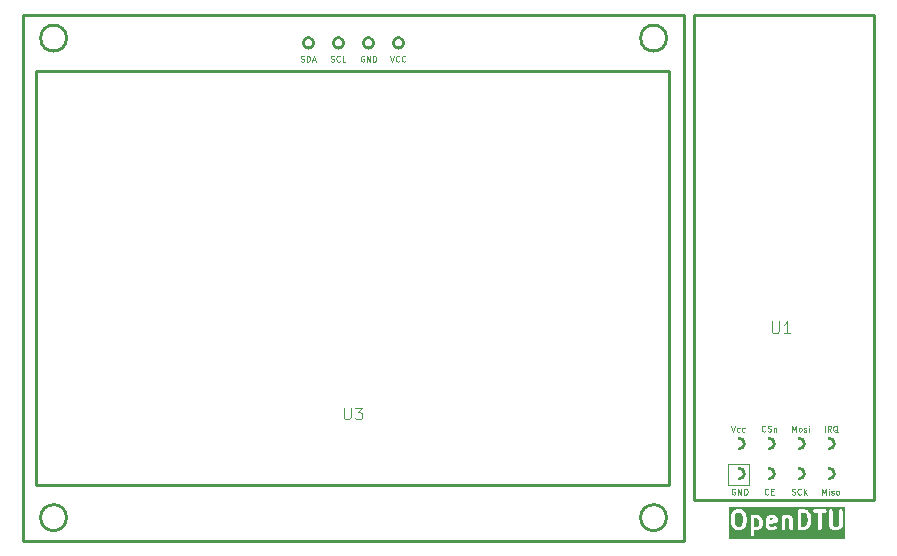
<source format=gbr>
%TF.GenerationSoftware,KiCad,Pcbnew,7.0.6*%
%TF.CreationDate,2024-02-09T00:40:26+01:00*%
%TF.ProjectId,openDTU,6f70656e-4454-4552-9e6b-696361645f70,rev?*%
%TF.SameCoordinates,Original*%
%TF.FileFunction,Legend,Top*%
%TF.FilePolarity,Positive*%
%FSLAX46Y46*%
G04 Gerber Fmt 4.6, Leading zero omitted, Abs format (unit mm)*
G04 Created by KiCad (PCBNEW 7.0.6) date 2024-02-09 00:40:26*
%MOMM*%
%LPD*%
G01*
G04 APERTURE LIST*
%ADD10C,0.300000*%
%ADD11C,0.100000*%
%ADD12C,0.250000*%
G04 APERTURE END LIST*
D10*
G36*
X169808515Y-104495535D02*
G01*
X169845519Y-104532539D01*
X169890225Y-104621951D01*
X169890225Y-104979704D01*
X169845518Y-105069117D01*
X169808513Y-105106122D01*
X169719101Y-105150828D01*
X169504206Y-105150828D01*
X169475939Y-105136694D01*
X169475939Y-104464962D01*
X169504207Y-104450828D01*
X169719101Y-104450828D01*
X169808515Y-104495535D01*
G37*
G36*
X168379942Y-103995535D02*
G01*
X168476208Y-104091801D01*
X168533082Y-104319292D01*
X168533082Y-104782363D01*
X168476208Y-105009854D01*
X168379941Y-105106122D01*
X168290529Y-105150828D01*
X168075635Y-105150828D01*
X167986221Y-105106121D01*
X167889954Y-105009854D01*
X167833082Y-104782364D01*
X167833082Y-104319291D01*
X167889954Y-104091802D01*
X167986221Y-103995534D01*
X168075635Y-103950828D01*
X168290529Y-103950828D01*
X168379942Y-103995535D01*
G37*
G36*
X171142708Y-104484060D02*
G01*
X171168883Y-104536411D01*
X170761654Y-104617857D01*
X170761654Y-104550523D01*
X170794885Y-104484060D01*
X170861350Y-104450828D01*
X171076244Y-104450828D01*
X171142708Y-104484060D01*
G37*
G36*
X173816340Y-104003361D02*
G01*
X173916947Y-104103968D01*
X173970126Y-104210327D01*
X174033082Y-104462148D01*
X174033082Y-104639507D01*
X173970126Y-104891328D01*
X173916947Y-104997688D01*
X173816341Y-105098294D01*
X173658739Y-105150828D01*
X173475939Y-105150828D01*
X173475939Y-103950828D01*
X173658742Y-103950828D01*
X173816340Y-104003361D01*
G37*
G36*
X177190225Y-106165114D02*
G01*
X167318796Y-106165114D01*
X167318796Y-105800828D01*
X169175939Y-105800828D01*
X169196035Y-105875828D01*
X169250939Y-105930732D01*
X169325939Y-105950828D01*
X169400939Y-105930732D01*
X169455843Y-105875828D01*
X169475939Y-105800828D01*
X169475939Y-105450828D01*
X169754511Y-105450828D01*
X169787814Y-105441904D01*
X169821593Y-105434992D01*
X169964450Y-105363564D01*
X169982519Y-105347540D01*
X170003434Y-105335466D01*
X170074863Y-105264037D01*
X170086937Y-105243122D01*
X170102961Y-105225053D01*
X170172216Y-105086542D01*
X170461654Y-105086542D01*
X170470578Y-105119847D01*
X170477490Y-105153623D01*
X170548918Y-105296482D01*
X170555005Y-105303346D01*
X170557906Y-105312049D01*
X170580441Y-105332032D01*
X170600433Y-105354577D01*
X170609138Y-105357478D01*
X170616001Y-105363564D01*
X170758859Y-105434993D01*
X170792643Y-105441906D01*
X170825940Y-105450828D01*
X171111654Y-105450828D01*
X171144957Y-105441904D01*
X171178736Y-105434992D01*
X171321593Y-105363564D01*
X171379688Y-105312049D01*
X171383428Y-105300828D01*
X171818796Y-105300828D01*
X171838892Y-105375828D01*
X171893796Y-105430732D01*
X171968796Y-105450828D01*
X172043796Y-105430732D01*
X172098700Y-105375828D01*
X172118796Y-105300828D01*
X172118796Y-104505817D01*
X172129078Y-104495535D01*
X172218492Y-104450828D01*
X172361958Y-104450828D01*
X172428422Y-104484060D01*
X172461654Y-104550524D01*
X172461654Y-105300828D01*
X172481750Y-105375828D01*
X172536654Y-105430732D01*
X172611654Y-105450828D01*
X172686654Y-105430732D01*
X172741558Y-105375828D01*
X172761654Y-105300828D01*
X173175939Y-105300828D01*
X173196035Y-105375828D01*
X173250939Y-105430732D01*
X173325939Y-105450828D01*
X173683082Y-105450828D01*
X173706407Y-105444578D01*
X173730516Y-105443131D01*
X173944802Y-105371703D01*
X173973577Y-105352703D01*
X174003434Y-105335466D01*
X174146291Y-105192608D01*
X174158366Y-105171693D01*
X174174389Y-105153624D01*
X174245818Y-105010768D01*
X174249138Y-104994541D01*
X174257175Y-104980065D01*
X174328603Y-104694351D01*
X174328291Y-104675848D01*
X174333082Y-104657971D01*
X174333082Y-104443685D01*
X174328291Y-104425807D01*
X174328603Y-104407305D01*
X174257175Y-104121591D01*
X174249138Y-104107114D01*
X174245818Y-104090888D01*
X174174389Y-103948032D01*
X174158366Y-103929963D01*
X174146291Y-103909048D01*
X174038071Y-103800828D01*
X174461654Y-103800828D01*
X174481750Y-103875828D01*
X174536654Y-103930732D01*
X174611654Y-103950828D01*
X174890225Y-103950828D01*
X174890225Y-105300828D01*
X174910321Y-105375828D01*
X174965225Y-105430732D01*
X175040225Y-105450828D01*
X175115225Y-105430732D01*
X175170129Y-105375828D01*
X175190225Y-105300828D01*
X175190225Y-105015114D01*
X175818796Y-105015114D01*
X175827719Y-105048415D01*
X175834632Y-105082196D01*
X175906061Y-105225053D01*
X175922083Y-105243121D01*
X175934159Y-105264037D01*
X176005588Y-105335466D01*
X176026502Y-105347540D01*
X176044572Y-105363564D01*
X176187430Y-105434992D01*
X176221205Y-105441903D01*
X176254511Y-105450828D01*
X176540225Y-105450828D01*
X176573528Y-105441904D01*
X176607307Y-105434992D01*
X176750164Y-105363564D01*
X176768233Y-105347540D01*
X176789148Y-105335466D01*
X176860577Y-105264037D01*
X176872651Y-105243122D01*
X176888675Y-105225053D01*
X176960103Y-105082195D01*
X176967014Y-105048419D01*
X176975939Y-105015114D01*
X176975939Y-103800828D01*
X176955843Y-103725828D01*
X176900939Y-103670924D01*
X176825939Y-103650828D01*
X176750939Y-103670924D01*
X176696035Y-103725828D01*
X176675939Y-103800828D01*
X176675939Y-104979704D01*
X176631232Y-105069117D01*
X176594227Y-105106122D01*
X176504815Y-105150828D01*
X176289921Y-105150828D01*
X176200507Y-105106121D01*
X176163503Y-105069117D01*
X176118796Y-104979703D01*
X176118796Y-103800828D01*
X176098700Y-103725828D01*
X176043796Y-103670924D01*
X175968796Y-103650828D01*
X175893796Y-103670924D01*
X175838892Y-103725828D01*
X175818796Y-103800828D01*
X175818796Y-105015114D01*
X175190225Y-105015114D01*
X175190225Y-103950828D01*
X175468797Y-103950828D01*
X175543797Y-103930732D01*
X175598701Y-103875828D01*
X175618797Y-103800828D01*
X175598701Y-103725828D01*
X175543797Y-103670924D01*
X175468797Y-103650828D01*
X174611654Y-103650828D01*
X174536654Y-103670924D01*
X174481750Y-103725828D01*
X174461654Y-103800828D01*
X174038071Y-103800828D01*
X174003434Y-103766191D01*
X173973577Y-103748953D01*
X173944802Y-103729954D01*
X173730516Y-103658526D01*
X173706410Y-103657078D01*
X173683082Y-103650828D01*
X173325939Y-103650828D01*
X173250939Y-103670924D01*
X173196035Y-103725828D01*
X173175939Y-103800828D01*
X173175939Y-105300828D01*
X172761654Y-105300828D01*
X172761654Y-104515114D01*
X172752731Y-104481813D01*
X172745818Y-104448031D01*
X172674389Y-104305175D01*
X172668302Y-104298311D01*
X172665402Y-104289609D01*
X172642861Y-104269620D01*
X172622873Y-104247080D01*
X172614170Y-104244179D01*
X172607307Y-104238093D01*
X172464450Y-104166664D01*
X172430669Y-104159751D01*
X172397368Y-104150828D01*
X172183082Y-104150828D01*
X172149781Y-104159750D01*
X172115999Y-104166664D01*
X172065023Y-104192151D01*
X172043796Y-104170924D01*
X171968796Y-104150828D01*
X171893796Y-104170924D01*
X171838892Y-104225828D01*
X171818796Y-104300828D01*
X171818796Y-105300828D01*
X171383428Y-105300828D01*
X171404242Y-105238388D01*
X171388675Y-105162318D01*
X171337160Y-105104223D01*
X171263499Y-105079669D01*
X171187430Y-105095236D01*
X171076244Y-105150828D01*
X170861349Y-105150828D01*
X170794886Y-105117597D01*
X170761654Y-105051132D01*
X170761654Y-104923798D01*
X171355358Y-104805058D01*
X171377298Y-104794209D01*
X171400940Y-104787875D01*
X171411531Y-104777283D01*
X171424960Y-104770644D01*
X171438537Y-104750277D01*
X171455844Y-104732971D01*
X171459721Y-104718501D01*
X171468030Y-104706038D01*
X171469605Y-104681613D01*
X171475940Y-104657971D01*
X171475940Y-104515114D01*
X171467017Y-104481813D01*
X171460104Y-104448031D01*
X171388675Y-104305175D01*
X171382588Y-104298311D01*
X171379688Y-104289609D01*
X171357147Y-104269620D01*
X171337159Y-104247080D01*
X171328456Y-104244179D01*
X171321593Y-104238093D01*
X171178736Y-104166664D01*
X171144955Y-104159751D01*
X171111654Y-104150828D01*
X170825940Y-104150828D01*
X170792638Y-104159751D01*
X170758858Y-104166664D01*
X170616000Y-104238093D01*
X170609137Y-104244178D01*
X170600433Y-104247080D01*
X170580445Y-104269620D01*
X170557905Y-104289608D01*
X170555003Y-104298312D01*
X170548918Y-104305175D01*
X170477490Y-104448032D01*
X170470577Y-104481810D01*
X170461654Y-104515114D01*
X170461654Y-105086542D01*
X170172216Y-105086542D01*
X170174389Y-105082195D01*
X170181300Y-105048419D01*
X170190225Y-105015114D01*
X170190225Y-104586542D01*
X170181300Y-104553236D01*
X170174389Y-104519461D01*
X170102961Y-104376603D01*
X170086937Y-104358533D01*
X170074862Y-104337618D01*
X170003433Y-104266190D01*
X169982518Y-104254115D01*
X169964450Y-104238093D01*
X169821593Y-104166664D01*
X169787812Y-104159751D01*
X169754511Y-104150828D01*
X169468797Y-104150828D01*
X169435495Y-104159751D01*
X169401715Y-104166664D01*
X169395896Y-104169573D01*
X169325939Y-104150828D01*
X169250939Y-104170924D01*
X169196035Y-104225828D01*
X169175939Y-104300828D01*
X169175939Y-105800828D01*
X167318796Y-105800828D01*
X167318796Y-104800828D01*
X167533082Y-104800828D01*
X167537872Y-104818705D01*
X167537561Y-104837208D01*
X167608989Y-105122922D01*
X167609621Y-105124060D01*
X167609621Y-105125365D01*
X167628433Y-105157948D01*
X167646675Y-105190809D01*
X167647792Y-105191479D01*
X167648444Y-105192608D01*
X167791302Y-105335466D01*
X167812216Y-105347540D01*
X167830286Y-105363564D01*
X167973144Y-105434992D01*
X168006919Y-105441903D01*
X168040225Y-105450828D01*
X168325939Y-105450828D01*
X168359242Y-105441904D01*
X168393021Y-105434992D01*
X168535878Y-105363564D01*
X168553947Y-105347540D01*
X168574862Y-105335466D01*
X168717719Y-105192608D01*
X168718370Y-105191479D01*
X168719488Y-105190809D01*
X168737744Y-105157922D01*
X168756542Y-105125364D01*
X168756542Y-105124061D01*
X168757174Y-105122923D01*
X168828603Y-104837209D01*
X168828291Y-104818704D01*
X168833082Y-104800828D01*
X168833082Y-104300828D01*
X168828291Y-104282951D01*
X168828603Y-104264447D01*
X168757174Y-103978733D01*
X168756542Y-103977594D01*
X168756542Y-103976291D01*
X168737736Y-103943719D01*
X168719488Y-103910847D01*
X168718370Y-103910176D01*
X168717719Y-103909048D01*
X168574862Y-103766191D01*
X168553946Y-103754115D01*
X168535878Y-103738093D01*
X168393021Y-103666664D01*
X168359240Y-103659751D01*
X168325939Y-103650828D01*
X168040225Y-103650828D01*
X168006924Y-103659750D01*
X167973142Y-103666664D01*
X167830286Y-103738093D01*
X167812216Y-103754115D01*
X167791302Y-103766191D01*
X167648444Y-103909048D01*
X167647792Y-103910176D01*
X167646675Y-103910847D01*
X167628433Y-103943707D01*
X167609621Y-103976291D01*
X167609621Y-103977595D01*
X167608989Y-103978734D01*
X167537561Y-104264448D01*
X167537872Y-104282950D01*
X167533082Y-104300828D01*
X167533082Y-104800828D01*
X167318796Y-104800828D01*
X167318796Y-103436542D01*
X177190225Y-103436542D01*
X177190225Y-106165114D01*
G37*
D11*
X134738095Y-95067419D02*
X134738095Y-95876942D01*
X134738095Y-95876942D02*
X134785714Y-95972180D01*
X134785714Y-95972180D02*
X134833333Y-96019800D01*
X134833333Y-96019800D02*
X134928571Y-96067419D01*
X134928571Y-96067419D02*
X135119047Y-96067419D01*
X135119047Y-96067419D02*
X135214285Y-96019800D01*
X135214285Y-96019800D02*
X135261904Y-95972180D01*
X135261904Y-95972180D02*
X135309523Y-95876942D01*
X135309523Y-95876942D02*
X135309523Y-95067419D01*
X135690476Y-95067419D02*
X136309523Y-95067419D01*
X136309523Y-95067419D02*
X135976190Y-95448371D01*
X135976190Y-95448371D02*
X136119047Y-95448371D01*
X136119047Y-95448371D02*
X136214285Y-95495990D01*
X136214285Y-95495990D02*
X136261904Y-95543609D01*
X136261904Y-95543609D02*
X136309523Y-95638847D01*
X136309523Y-95638847D02*
X136309523Y-95876942D01*
X136309523Y-95876942D02*
X136261904Y-95972180D01*
X136261904Y-95972180D02*
X136214285Y-96019800D01*
X136214285Y-96019800D02*
X136119047Y-96067419D01*
X136119047Y-96067419D02*
X135833333Y-96067419D01*
X135833333Y-96067419D02*
X135738095Y-96019800D01*
X135738095Y-96019800D02*
X135690476Y-95972180D01*
X131089027Y-65753800D02*
X131160455Y-65777609D01*
X131160455Y-65777609D02*
X131279503Y-65777609D01*
X131279503Y-65777609D02*
X131327122Y-65753800D01*
X131327122Y-65753800D02*
X131350931Y-65729990D01*
X131350931Y-65729990D02*
X131374741Y-65682371D01*
X131374741Y-65682371D02*
X131374741Y-65634752D01*
X131374741Y-65634752D02*
X131350931Y-65587133D01*
X131350931Y-65587133D02*
X131327122Y-65563323D01*
X131327122Y-65563323D02*
X131279503Y-65539514D01*
X131279503Y-65539514D02*
X131184265Y-65515704D01*
X131184265Y-65515704D02*
X131136646Y-65491895D01*
X131136646Y-65491895D02*
X131112836Y-65468085D01*
X131112836Y-65468085D02*
X131089027Y-65420466D01*
X131089027Y-65420466D02*
X131089027Y-65372847D01*
X131089027Y-65372847D02*
X131112836Y-65325228D01*
X131112836Y-65325228D02*
X131136646Y-65301419D01*
X131136646Y-65301419D02*
X131184265Y-65277609D01*
X131184265Y-65277609D02*
X131303312Y-65277609D01*
X131303312Y-65277609D02*
X131374741Y-65301419D01*
X131589026Y-65777609D02*
X131589026Y-65277609D01*
X131589026Y-65277609D02*
X131708074Y-65277609D01*
X131708074Y-65277609D02*
X131779502Y-65301419D01*
X131779502Y-65301419D02*
X131827121Y-65349038D01*
X131827121Y-65349038D02*
X131850931Y-65396657D01*
X131850931Y-65396657D02*
X131874740Y-65491895D01*
X131874740Y-65491895D02*
X131874740Y-65563323D01*
X131874740Y-65563323D02*
X131850931Y-65658561D01*
X131850931Y-65658561D02*
X131827121Y-65706180D01*
X131827121Y-65706180D02*
X131779502Y-65753800D01*
X131779502Y-65753800D02*
X131708074Y-65777609D01*
X131708074Y-65777609D02*
X131589026Y-65777609D01*
X132065217Y-65634752D02*
X132303312Y-65634752D01*
X132017598Y-65777609D02*
X132184264Y-65277609D01*
X132184264Y-65277609D02*
X132350931Y-65777609D01*
X136454741Y-65301419D02*
X136407122Y-65277609D01*
X136407122Y-65277609D02*
X136335693Y-65277609D01*
X136335693Y-65277609D02*
X136264265Y-65301419D01*
X136264265Y-65301419D02*
X136216646Y-65349038D01*
X136216646Y-65349038D02*
X136192836Y-65396657D01*
X136192836Y-65396657D02*
X136169027Y-65491895D01*
X136169027Y-65491895D02*
X136169027Y-65563323D01*
X136169027Y-65563323D02*
X136192836Y-65658561D01*
X136192836Y-65658561D02*
X136216646Y-65706180D01*
X136216646Y-65706180D02*
X136264265Y-65753800D01*
X136264265Y-65753800D02*
X136335693Y-65777609D01*
X136335693Y-65777609D02*
X136383312Y-65777609D01*
X136383312Y-65777609D02*
X136454741Y-65753800D01*
X136454741Y-65753800D02*
X136478550Y-65729990D01*
X136478550Y-65729990D02*
X136478550Y-65563323D01*
X136478550Y-65563323D02*
X136383312Y-65563323D01*
X136692836Y-65777609D02*
X136692836Y-65277609D01*
X136692836Y-65277609D02*
X136978550Y-65777609D01*
X136978550Y-65777609D02*
X136978550Y-65277609D01*
X137216646Y-65777609D02*
X137216646Y-65277609D01*
X137216646Y-65277609D02*
X137335694Y-65277609D01*
X137335694Y-65277609D02*
X137407122Y-65301419D01*
X137407122Y-65301419D02*
X137454741Y-65349038D01*
X137454741Y-65349038D02*
X137478551Y-65396657D01*
X137478551Y-65396657D02*
X137502360Y-65491895D01*
X137502360Y-65491895D02*
X137502360Y-65563323D01*
X137502360Y-65563323D02*
X137478551Y-65658561D01*
X137478551Y-65658561D02*
X137454741Y-65706180D01*
X137454741Y-65706180D02*
X137407122Y-65753800D01*
X137407122Y-65753800D02*
X137335694Y-65777609D01*
X137335694Y-65777609D02*
X137216646Y-65777609D01*
X133629027Y-65753800D02*
X133700455Y-65777609D01*
X133700455Y-65777609D02*
X133819503Y-65777609D01*
X133819503Y-65777609D02*
X133867122Y-65753800D01*
X133867122Y-65753800D02*
X133890931Y-65729990D01*
X133890931Y-65729990D02*
X133914741Y-65682371D01*
X133914741Y-65682371D02*
X133914741Y-65634752D01*
X133914741Y-65634752D02*
X133890931Y-65587133D01*
X133890931Y-65587133D02*
X133867122Y-65563323D01*
X133867122Y-65563323D02*
X133819503Y-65539514D01*
X133819503Y-65539514D02*
X133724265Y-65515704D01*
X133724265Y-65515704D02*
X133676646Y-65491895D01*
X133676646Y-65491895D02*
X133652836Y-65468085D01*
X133652836Y-65468085D02*
X133629027Y-65420466D01*
X133629027Y-65420466D02*
X133629027Y-65372847D01*
X133629027Y-65372847D02*
X133652836Y-65325228D01*
X133652836Y-65325228D02*
X133676646Y-65301419D01*
X133676646Y-65301419D02*
X133724265Y-65277609D01*
X133724265Y-65277609D02*
X133843312Y-65277609D01*
X133843312Y-65277609D02*
X133914741Y-65301419D01*
X134414740Y-65729990D02*
X134390931Y-65753800D01*
X134390931Y-65753800D02*
X134319502Y-65777609D01*
X134319502Y-65777609D02*
X134271883Y-65777609D01*
X134271883Y-65777609D02*
X134200455Y-65753800D01*
X134200455Y-65753800D02*
X134152836Y-65706180D01*
X134152836Y-65706180D02*
X134129026Y-65658561D01*
X134129026Y-65658561D02*
X134105217Y-65563323D01*
X134105217Y-65563323D02*
X134105217Y-65491895D01*
X134105217Y-65491895D02*
X134129026Y-65396657D01*
X134129026Y-65396657D02*
X134152836Y-65349038D01*
X134152836Y-65349038D02*
X134200455Y-65301419D01*
X134200455Y-65301419D02*
X134271883Y-65277609D01*
X134271883Y-65277609D02*
X134319502Y-65277609D01*
X134319502Y-65277609D02*
X134390931Y-65301419D01*
X134390931Y-65301419D02*
X134414740Y-65325228D01*
X134867121Y-65777609D02*
X134629026Y-65777609D01*
X134629026Y-65777609D02*
X134629026Y-65277609D01*
X138661408Y-65277609D02*
X138828074Y-65777609D01*
X138828074Y-65777609D02*
X138994741Y-65277609D01*
X139447121Y-65729990D02*
X139423312Y-65753800D01*
X139423312Y-65753800D02*
X139351883Y-65777609D01*
X139351883Y-65777609D02*
X139304264Y-65777609D01*
X139304264Y-65777609D02*
X139232836Y-65753800D01*
X139232836Y-65753800D02*
X139185217Y-65706180D01*
X139185217Y-65706180D02*
X139161407Y-65658561D01*
X139161407Y-65658561D02*
X139137598Y-65563323D01*
X139137598Y-65563323D02*
X139137598Y-65491895D01*
X139137598Y-65491895D02*
X139161407Y-65396657D01*
X139161407Y-65396657D02*
X139185217Y-65349038D01*
X139185217Y-65349038D02*
X139232836Y-65301419D01*
X139232836Y-65301419D02*
X139304264Y-65277609D01*
X139304264Y-65277609D02*
X139351883Y-65277609D01*
X139351883Y-65277609D02*
X139423312Y-65301419D01*
X139423312Y-65301419D02*
X139447121Y-65325228D01*
X139947121Y-65729990D02*
X139923312Y-65753800D01*
X139923312Y-65753800D02*
X139851883Y-65777609D01*
X139851883Y-65777609D02*
X139804264Y-65777609D01*
X139804264Y-65777609D02*
X139732836Y-65753800D01*
X139732836Y-65753800D02*
X139685217Y-65706180D01*
X139685217Y-65706180D02*
X139661407Y-65658561D01*
X139661407Y-65658561D02*
X139637598Y-65563323D01*
X139637598Y-65563323D02*
X139637598Y-65491895D01*
X139637598Y-65491895D02*
X139661407Y-65396657D01*
X139661407Y-65396657D02*
X139685217Y-65349038D01*
X139685217Y-65349038D02*
X139732836Y-65301419D01*
X139732836Y-65301419D02*
X139804264Y-65277609D01*
X139804264Y-65277609D02*
X139851883Y-65277609D01*
X139851883Y-65277609D02*
X139923312Y-65301419D01*
X139923312Y-65301419D02*
X139947121Y-65325228D01*
X170979095Y-87767919D02*
X170979095Y-88577442D01*
X170979095Y-88577442D02*
X171026714Y-88672680D01*
X171026714Y-88672680D02*
X171074333Y-88720300D01*
X171074333Y-88720300D02*
X171169571Y-88767919D01*
X171169571Y-88767919D02*
X171360047Y-88767919D01*
X171360047Y-88767919D02*
X171455285Y-88720300D01*
X171455285Y-88720300D02*
X171502904Y-88672680D01*
X171502904Y-88672680D02*
X171550523Y-88577442D01*
X171550523Y-88577442D02*
X171550523Y-87767919D01*
X172550523Y-88767919D02*
X171979095Y-88767919D01*
X172264809Y-88767919D02*
X172264809Y-87767919D01*
X172264809Y-87767919D02*
X172169571Y-87910776D01*
X172169571Y-87910776D02*
X172074333Y-88006014D01*
X172074333Y-88006014D02*
X171979095Y-88053633D01*
X167869741Y-101943919D02*
X167822122Y-101920109D01*
X167822122Y-101920109D02*
X167750693Y-101920109D01*
X167750693Y-101920109D02*
X167679265Y-101943919D01*
X167679265Y-101943919D02*
X167631646Y-101991538D01*
X167631646Y-101991538D02*
X167607836Y-102039157D01*
X167607836Y-102039157D02*
X167584027Y-102134395D01*
X167584027Y-102134395D02*
X167584027Y-102205823D01*
X167584027Y-102205823D02*
X167607836Y-102301061D01*
X167607836Y-102301061D02*
X167631646Y-102348680D01*
X167631646Y-102348680D02*
X167679265Y-102396300D01*
X167679265Y-102396300D02*
X167750693Y-102420109D01*
X167750693Y-102420109D02*
X167798312Y-102420109D01*
X167798312Y-102420109D02*
X167869741Y-102396300D01*
X167869741Y-102396300D02*
X167893550Y-102372490D01*
X167893550Y-102372490D02*
X167893550Y-102205823D01*
X167893550Y-102205823D02*
X167798312Y-102205823D01*
X168107836Y-102420109D02*
X168107836Y-101920109D01*
X168107836Y-101920109D02*
X168393550Y-102420109D01*
X168393550Y-102420109D02*
X168393550Y-101920109D01*
X168631646Y-102420109D02*
X168631646Y-101920109D01*
X168631646Y-101920109D02*
X168750694Y-101920109D01*
X168750694Y-101920109D02*
X168822122Y-101943919D01*
X168822122Y-101943919D02*
X168869741Y-101991538D01*
X168869741Y-101991538D02*
X168893551Y-102039157D01*
X168893551Y-102039157D02*
X168917360Y-102134395D01*
X168917360Y-102134395D02*
X168917360Y-102205823D01*
X168917360Y-102205823D02*
X168893551Y-102301061D01*
X168893551Y-102301061D02*
X168869741Y-102348680D01*
X168869741Y-102348680D02*
X168822122Y-102396300D01*
X168822122Y-102396300D02*
X168750694Y-102420109D01*
X168750694Y-102420109D02*
X168631646Y-102420109D01*
X170433550Y-97038490D02*
X170409741Y-97062300D01*
X170409741Y-97062300D02*
X170338312Y-97086109D01*
X170338312Y-97086109D02*
X170290693Y-97086109D01*
X170290693Y-97086109D02*
X170219265Y-97062300D01*
X170219265Y-97062300D02*
X170171646Y-97014680D01*
X170171646Y-97014680D02*
X170147836Y-96967061D01*
X170147836Y-96967061D02*
X170124027Y-96871823D01*
X170124027Y-96871823D02*
X170124027Y-96800395D01*
X170124027Y-96800395D02*
X170147836Y-96705157D01*
X170147836Y-96705157D02*
X170171646Y-96657538D01*
X170171646Y-96657538D02*
X170219265Y-96609919D01*
X170219265Y-96609919D02*
X170290693Y-96586109D01*
X170290693Y-96586109D02*
X170338312Y-96586109D01*
X170338312Y-96586109D02*
X170409741Y-96609919D01*
X170409741Y-96609919D02*
X170433550Y-96633728D01*
X170624027Y-97062300D02*
X170695455Y-97086109D01*
X170695455Y-97086109D02*
X170814503Y-97086109D01*
X170814503Y-97086109D02*
X170862122Y-97062300D01*
X170862122Y-97062300D02*
X170885931Y-97038490D01*
X170885931Y-97038490D02*
X170909741Y-96990871D01*
X170909741Y-96990871D02*
X170909741Y-96943252D01*
X170909741Y-96943252D02*
X170885931Y-96895633D01*
X170885931Y-96895633D02*
X170862122Y-96871823D01*
X170862122Y-96871823D02*
X170814503Y-96848014D01*
X170814503Y-96848014D02*
X170719265Y-96824204D01*
X170719265Y-96824204D02*
X170671646Y-96800395D01*
X170671646Y-96800395D02*
X170647836Y-96776585D01*
X170647836Y-96776585D02*
X170624027Y-96728966D01*
X170624027Y-96728966D02*
X170624027Y-96681347D01*
X170624027Y-96681347D02*
X170647836Y-96633728D01*
X170647836Y-96633728D02*
X170671646Y-96609919D01*
X170671646Y-96609919D02*
X170719265Y-96586109D01*
X170719265Y-96586109D02*
X170838312Y-96586109D01*
X170838312Y-96586109D02*
X170909741Y-96609919D01*
X171124026Y-96752776D02*
X171124026Y-97086109D01*
X171124026Y-96800395D02*
X171147836Y-96776585D01*
X171147836Y-96776585D02*
X171195455Y-96752776D01*
X171195455Y-96752776D02*
X171266883Y-96752776D01*
X171266883Y-96752776D02*
X171314502Y-96776585D01*
X171314502Y-96776585D02*
X171338312Y-96824204D01*
X171338312Y-96824204D02*
X171338312Y-97086109D01*
X175481836Y-97086109D02*
X175481836Y-96586109D01*
X176005645Y-97086109D02*
X175838979Y-96848014D01*
X175719931Y-97086109D02*
X175719931Y-96586109D01*
X175719931Y-96586109D02*
X175910407Y-96586109D01*
X175910407Y-96586109D02*
X175958026Y-96609919D01*
X175958026Y-96609919D02*
X175981836Y-96633728D01*
X175981836Y-96633728D02*
X176005645Y-96681347D01*
X176005645Y-96681347D02*
X176005645Y-96752776D01*
X176005645Y-96752776D02*
X175981836Y-96800395D01*
X175981836Y-96800395D02*
X175958026Y-96824204D01*
X175958026Y-96824204D02*
X175910407Y-96848014D01*
X175910407Y-96848014D02*
X175719931Y-96848014D01*
X176553264Y-97133728D02*
X176505645Y-97109919D01*
X176505645Y-97109919D02*
X176458026Y-97062300D01*
X176458026Y-97062300D02*
X176386598Y-96990871D01*
X176386598Y-96990871D02*
X176338979Y-96967061D01*
X176338979Y-96967061D02*
X176291360Y-96967061D01*
X176315169Y-97086109D02*
X176267550Y-97062300D01*
X176267550Y-97062300D02*
X176219931Y-97014680D01*
X176219931Y-97014680D02*
X176196122Y-96919442D01*
X176196122Y-96919442D02*
X176196122Y-96752776D01*
X176196122Y-96752776D02*
X176219931Y-96657538D01*
X176219931Y-96657538D02*
X176267550Y-96609919D01*
X176267550Y-96609919D02*
X176315169Y-96586109D01*
X176315169Y-96586109D02*
X176410407Y-96586109D01*
X176410407Y-96586109D02*
X176458026Y-96609919D01*
X176458026Y-96609919D02*
X176505645Y-96657538D01*
X176505645Y-96657538D02*
X176529455Y-96752776D01*
X176529455Y-96752776D02*
X176529455Y-96919442D01*
X176529455Y-96919442D02*
X176505645Y-97014680D01*
X176505645Y-97014680D02*
X176458026Y-97062300D01*
X176458026Y-97062300D02*
X176410407Y-97086109D01*
X176410407Y-97086109D02*
X176315169Y-97086109D01*
X172687836Y-97086109D02*
X172687836Y-96586109D01*
X172687836Y-96586109D02*
X172854503Y-96943252D01*
X172854503Y-96943252D02*
X173021169Y-96586109D01*
X173021169Y-96586109D02*
X173021169Y-97086109D01*
X173330694Y-97086109D02*
X173283075Y-97062300D01*
X173283075Y-97062300D02*
X173259265Y-97038490D01*
X173259265Y-97038490D02*
X173235456Y-96990871D01*
X173235456Y-96990871D02*
X173235456Y-96848014D01*
X173235456Y-96848014D02*
X173259265Y-96800395D01*
X173259265Y-96800395D02*
X173283075Y-96776585D01*
X173283075Y-96776585D02*
X173330694Y-96752776D01*
X173330694Y-96752776D02*
X173402122Y-96752776D01*
X173402122Y-96752776D02*
X173449741Y-96776585D01*
X173449741Y-96776585D02*
X173473551Y-96800395D01*
X173473551Y-96800395D02*
X173497360Y-96848014D01*
X173497360Y-96848014D02*
X173497360Y-96990871D01*
X173497360Y-96990871D02*
X173473551Y-97038490D01*
X173473551Y-97038490D02*
X173449741Y-97062300D01*
X173449741Y-97062300D02*
X173402122Y-97086109D01*
X173402122Y-97086109D02*
X173330694Y-97086109D01*
X173687837Y-97062300D02*
X173735456Y-97086109D01*
X173735456Y-97086109D02*
X173830694Y-97086109D01*
X173830694Y-97086109D02*
X173878313Y-97062300D01*
X173878313Y-97062300D02*
X173902122Y-97014680D01*
X173902122Y-97014680D02*
X173902122Y-96990871D01*
X173902122Y-96990871D02*
X173878313Y-96943252D01*
X173878313Y-96943252D02*
X173830694Y-96919442D01*
X173830694Y-96919442D02*
X173759265Y-96919442D01*
X173759265Y-96919442D02*
X173711646Y-96895633D01*
X173711646Y-96895633D02*
X173687837Y-96848014D01*
X173687837Y-96848014D02*
X173687837Y-96824204D01*
X173687837Y-96824204D02*
X173711646Y-96776585D01*
X173711646Y-96776585D02*
X173759265Y-96752776D01*
X173759265Y-96752776D02*
X173830694Y-96752776D01*
X173830694Y-96752776D02*
X173878313Y-96776585D01*
X174116408Y-97086109D02*
X174116408Y-96752776D01*
X174116408Y-96586109D02*
X174092599Y-96609919D01*
X174092599Y-96609919D02*
X174116408Y-96633728D01*
X174116408Y-96633728D02*
X174140218Y-96609919D01*
X174140218Y-96609919D02*
X174116408Y-96586109D01*
X174116408Y-96586109D02*
X174116408Y-96633728D01*
X172664027Y-102396300D02*
X172735455Y-102420109D01*
X172735455Y-102420109D02*
X172854503Y-102420109D01*
X172854503Y-102420109D02*
X172902122Y-102396300D01*
X172902122Y-102396300D02*
X172925931Y-102372490D01*
X172925931Y-102372490D02*
X172949741Y-102324871D01*
X172949741Y-102324871D02*
X172949741Y-102277252D01*
X172949741Y-102277252D02*
X172925931Y-102229633D01*
X172925931Y-102229633D02*
X172902122Y-102205823D01*
X172902122Y-102205823D02*
X172854503Y-102182014D01*
X172854503Y-102182014D02*
X172759265Y-102158204D01*
X172759265Y-102158204D02*
X172711646Y-102134395D01*
X172711646Y-102134395D02*
X172687836Y-102110585D01*
X172687836Y-102110585D02*
X172664027Y-102062966D01*
X172664027Y-102062966D02*
X172664027Y-102015347D01*
X172664027Y-102015347D02*
X172687836Y-101967728D01*
X172687836Y-101967728D02*
X172711646Y-101943919D01*
X172711646Y-101943919D02*
X172759265Y-101920109D01*
X172759265Y-101920109D02*
X172878312Y-101920109D01*
X172878312Y-101920109D02*
X172949741Y-101943919D01*
X173449740Y-102372490D02*
X173425931Y-102396300D01*
X173425931Y-102396300D02*
X173354502Y-102420109D01*
X173354502Y-102420109D02*
X173306883Y-102420109D01*
X173306883Y-102420109D02*
X173235455Y-102396300D01*
X173235455Y-102396300D02*
X173187836Y-102348680D01*
X173187836Y-102348680D02*
X173164026Y-102301061D01*
X173164026Y-102301061D02*
X173140217Y-102205823D01*
X173140217Y-102205823D02*
X173140217Y-102134395D01*
X173140217Y-102134395D02*
X173164026Y-102039157D01*
X173164026Y-102039157D02*
X173187836Y-101991538D01*
X173187836Y-101991538D02*
X173235455Y-101943919D01*
X173235455Y-101943919D02*
X173306883Y-101920109D01*
X173306883Y-101920109D02*
X173354502Y-101920109D01*
X173354502Y-101920109D02*
X173425931Y-101943919D01*
X173425931Y-101943919D02*
X173449740Y-101967728D01*
X173664026Y-102420109D02*
X173664026Y-101920109D01*
X173949740Y-102420109D02*
X173735455Y-102134395D01*
X173949740Y-101920109D02*
X173664026Y-102205823D01*
X167536408Y-96586109D02*
X167703074Y-97086109D01*
X167703074Y-97086109D02*
X167869741Y-96586109D01*
X168250693Y-97062300D02*
X168203074Y-97086109D01*
X168203074Y-97086109D02*
X168107836Y-97086109D01*
X168107836Y-97086109D02*
X168060217Y-97062300D01*
X168060217Y-97062300D02*
X168036407Y-97038490D01*
X168036407Y-97038490D02*
X168012598Y-96990871D01*
X168012598Y-96990871D02*
X168012598Y-96848014D01*
X168012598Y-96848014D02*
X168036407Y-96800395D01*
X168036407Y-96800395D02*
X168060217Y-96776585D01*
X168060217Y-96776585D02*
X168107836Y-96752776D01*
X168107836Y-96752776D02*
X168203074Y-96752776D01*
X168203074Y-96752776D02*
X168250693Y-96776585D01*
X168679264Y-97062300D02*
X168631645Y-97086109D01*
X168631645Y-97086109D02*
X168536407Y-97086109D01*
X168536407Y-97086109D02*
X168488788Y-97062300D01*
X168488788Y-97062300D02*
X168464978Y-97038490D01*
X168464978Y-97038490D02*
X168441169Y-96990871D01*
X168441169Y-96990871D02*
X168441169Y-96848014D01*
X168441169Y-96848014D02*
X168464978Y-96800395D01*
X168464978Y-96800395D02*
X168488788Y-96776585D01*
X168488788Y-96776585D02*
X168536407Y-96752776D01*
X168536407Y-96752776D02*
X168631645Y-96752776D01*
X168631645Y-96752776D02*
X168679264Y-96776585D01*
X170687550Y-102372490D02*
X170663741Y-102396300D01*
X170663741Y-102396300D02*
X170592312Y-102420109D01*
X170592312Y-102420109D02*
X170544693Y-102420109D01*
X170544693Y-102420109D02*
X170473265Y-102396300D01*
X170473265Y-102396300D02*
X170425646Y-102348680D01*
X170425646Y-102348680D02*
X170401836Y-102301061D01*
X170401836Y-102301061D02*
X170378027Y-102205823D01*
X170378027Y-102205823D02*
X170378027Y-102134395D01*
X170378027Y-102134395D02*
X170401836Y-102039157D01*
X170401836Y-102039157D02*
X170425646Y-101991538D01*
X170425646Y-101991538D02*
X170473265Y-101943919D01*
X170473265Y-101943919D02*
X170544693Y-101920109D01*
X170544693Y-101920109D02*
X170592312Y-101920109D01*
X170592312Y-101920109D02*
X170663741Y-101943919D01*
X170663741Y-101943919D02*
X170687550Y-101967728D01*
X170901836Y-102158204D02*
X171068503Y-102158204D01*
X171139931Y-102420109D02*
X170901836Y-102420109D01*
X170901836Y-102420109D02*
X170901836Y-101920109D01*
X170901836Y-101920109D02*
X171139931Y-101920109D01*
X175227836Y-102420109D02*
X175227836Y-101920109D01*
X175227836Y-101920109D02*
X175394503Y-102277252D01*
X175394503Y-102277252D02*
X175561169Y-101920109D01*
X175561169Y-101920109D02*
X175561169Y-102420109D01*
X175799265Y-102420109D02*
X175799265Y-102086776D01*
X175799265Y-101920109D02*
X175775456Y-101943919D01*
X175775456Y-101943919D02*
X175799265Y-101967728D01*
X175799265Y-101967728D02*
X175823075Y-101943919D01*
X175823075Y-101943919D02*
X175799265Y-101920109D01*
X175799265Y-101920109D02*
X175799265Y-101967728D01*
X176013551Y-102396300D02*
X176061170Y-102420109D01*
X176061170Y-102420109D02*
X176156408Y-102420109D01*
X176156408Y-102420109D02*
X176204027Y-102396300D01*
X176204027Y-102396300D02*
X176227836Y-102348680D01*
X176227836Y-102348680D02*
X176227836Y-102324871D01*
X176227836Y-102324871D02*
X176204027Y-102277252D01*
X176204027Y-102277252D02*
X176156408Y-102253442D01*
X176156408Y-102253442D02*
X176084979Y-102253442D01*
X176084979Y-102253442D02*
X176037360Y-102229633D01*
X176037360Y-102229633D02*
X176013551Y-102182014D01*
X176013551Y-102182014D02*
X176013551Y-102158204D01*
X176013551Y-102158204D02*
X176037360Y-102110585D01*
X176037360Y-102110585D02*
X176084979Y-102086776D01*
X176084979Y-102086776D02*
X176156408Y-102086776D01*
X176156408Y-102086776D02*
X176204027Y-102110585D01*
X176513551Y-102420109D02*
X176465932Y-102396300D01*
X176465932Y-102396300D02*
X176442122Y-102372490D01*
X176442122Y-102372490D02*
X176418313Y-102324871D01*
X176418313Y-102324871D02*
X176418313Y-102182014D01*
X176418313Y-102182014D02*
X176442122Y-102134395D01*
X176442122Y-102134395D02*
X176465932Y-102110585D01*
X176465932Y-102110585D02*
X176513551Y-102086776D01*
X176513551Y-102086776D02*
X176584979Y-102086776D01*
X176584979Y-102086776D02*
X176632598Y-102110585D01*
X176632598Y-102110585D02*
X176656408Y-102134395D01*
X176656408Y-102134395D02*
X176680217Y-102182014D01*
X176680217Y-102182014D02*
X176680217Y-102324871D01*
X176680217Y-102324871D02*
X176656408Y-102372490D01*
X176656408Y-102372490D02*
X176632598Y-102396300D01*
X176632598Y-102396300D02*
X176584979Y-102420109D01*
X176584979Y-102420109D02*
X176513551Y-102420109D01*
D12*
%TO.C,U3*%
X107560000Y-61780000D02*
X107560000Y-106380000D01*
X107560000Y-61780000D02*
X163560000Y-61780000D01*
X107560000Y-106380000D02*
X163560000Y-106380000D01*
X108660000Y-66580000D02*
X108660000Y-101580000D01*
X108660000Y-66580000D02*
X162260000Y-66580000D01*
X108660000Y-101580000D02*
X162260000Y-101580000D01*
X162260000Y-66580000D02*
X162260000Y-101580000D01*
X163560000Y-61780000D02*
X163560000Y-106380000D01*
X111260000Y-63780000D02*
G75*
G03*
X111260000Y-63780000I-1100000J0D01*
G01*
X111260000Y-104380000D02*
G75*
G03*
X111260000Y-104380000I-1100000J0D01*
G01*
X132200000Y-64180000D02*
G75*
G03*
X132200000Y-64180000I-450000J0D01*
G01*
X134740000Y-64180000D02*
G75*
G03*
X134740000Y-64180000I-450000J0D01*
G01*
X137280000Y-64180000D02*
G75*
G03*
X137280000Y-64180000I-450000J0D01*
G01*
X139820000Y-64180000D02*
G75*
G03*
X139820000Y-64180000I-450000J0D01*
G01*
X162060000Y-63780000D02*
G75*
G03*
X162060000Y-63780000I-1100000J0D01*
G01*
X162060000Y-104380000D02*
G75*
G03*
X162060000Y-104380000I-1100000J0D01*
G01*
%TO.C,U1*%
X164375000Y-61846500D02*
X164375000Y-102846500D01*
X164375000Y-102846500D02*
X179625000Y-102846500D01*
D11*
X167296000Y-99819500D02*
X167296000Y-101597500D01*
X167296000Y-99819500D02*
X169074000Y-99819500D01*
X169074000Y-99819500D02*
X169074000Y-101470500D01*
X169074000Y-101470500D02*
X169074000Y-101597500D01*
X169074000Y-101597500D02*
X167296000Y-101597500D01*
D12*
X179625000Y-61846500D02*
X164375000Y-61846500D01*
X179625000Y-102846500D02*
X179625000Y-61846500D01*
X168190000Y-98566500D02*
G75*
G03*
X168190000Y-97646500I0J460000D01*
G01*
X168190000Y-101106500D02*
G75*
G03*
X168190000Y-100186500I0J460000D01*
G01*
X170730000Y-98566500D02*
G75*
G03*
X170730000Y-97646500I0J460000D01*
G01*
X170730000Y-101106500D02*
G75*
G03*
X170730000Y-100186500I0J460000D01*
G01*
X173270000Y-98566500D02*
G75*
G03*
X173270000Y-97646500I0J460000D01*
G01*
X173270000Y-101106500D02*
G75*
G03*
X173270000Y-100186500I0J460000D01*
G01*
X175810000Y-98566500D02*
G75*
G03*
X175810000Y-97646500I0J460000D01*
G01*
X175810000Y-101106500D02*
G75*
G03*
X175810000Y-100186500I0J460000D01*
G01*
%TD*%
M02*

</source>
